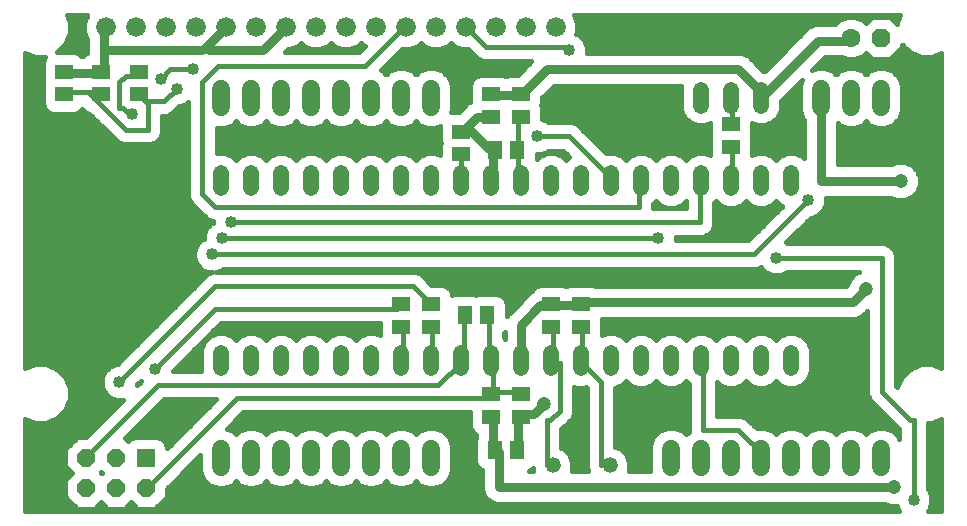
<source format=gbl>
G75*
G70*
%OFA0B0*%
%FSLAX24Y24*%
%IPPOS*%
%LPD*%
%AMOC8*
5,1,8,0,0,1.08239X$1,22.5*
%
%ADD10C,0.0520*%
%ADD11C,0.0660*%
%ADD12R,0.0591X0.0512*%
%ADD13R,0.0512X0.0630*%
%ADD14C,0.0520*%
%ADD15R,0.0630X0.0512*%
%ADD16C,0.0600*%
%ADD17R,0.0600X0.0600*%
%ADD18OC8,0.0600*%
%ADD19OC8,0.0630*%
%ADD20C,0.0630*%
%ADD21R,0.0512X0.0591*%
%ADD22C,0.0315*%
%ADD23C,0.0475*%
%ADD24C,0.0157*%
%ADD25C,0.0400*%
%ADD26C,0.0160*%
D10*
X007181Y005522D02*
X007181Y006042D01*
X008181Y006042D02*
X008181Y005522D01*
X009181Y005522D02*
X009181Y006042D01*
X010181Y006042D02*
X010181Y005522D01*
X011181Y005522D02*
X011181Y006042D01*
X012181Y006042D02*
X012181Y005522D01*
X013181Y005522D02*
X013181Y006042D01*
X014181Y006042D02*
X014181Y005522D01*
X015181Y005522D02*
X015181Y006042D01*
X016181Y006042D02*
X016181Y005522D01*
X017181Y005522D02*
X017181Y006042D01*
X018181Y006042D02*
X018181Y005522D01*
X019181Y005522D02*
X019181Y006042D01*
X020181Y006042D02*
X020181Y005522D01*
X021181Y005522D02*
X021181Y006042D01*
X022181Y006042D02*
X022181Y005522D01*
X023181Y005522D02*
X023181Y006042D01*
X024181Y006042D02*
X024181Y005522D01*
X025181Y005522D02*
X025181Y006042D01*
X026181Y006042D02*
X026181Y005522D01*
X026181Y011522D02*
X026181Y012042D01*
X025181Y012042D02*
X025181Y011522D01*
X024181Y011522D02*
X024181Y012042D01*
X023181Y012042D02*
X023181Y011522D01*
X022181Y011522D02*
X022181Y012042D01*
X021181Y012042D02*
X021181Y011522D01*
X020181Y011522D02*
X020181Y012042D01*
X019181Y012042D02*
X019181Y011522D01*
X018181Y011522D02*
X018181Y012042D01*
X017181Y012042D02*
X017181Y011522D01*
X016181Y011522D02*
X016181Y012042D01*
X015181Y012042D02*
X015181Y011522D01*
X014181Y011522D02*
X014181Y012042D01*
X013181Y012042D02*
X013181Y011522D01*
X012181Y011522D02*
X012181Y012042D01*
X011181Y012042D02*
X011181Y011522D01*
X010181Y011522D02*
X010181Y012042D01*
X009181Y012042D02*
X009181Y011522D01*
X008181Y011522D02*
X008181Y012042D01*
X007181Y012042D02*
X007181Y011522D01*
X023181Y014272D02*
X023181Y014792D01*
X024181Y014792D02*
X024181Y014272D01*
X025181Y014272D02*
X025181Y014792D01*
D11*
X018333Y016885D03*
X017333Y016885D03*
X016333Y016885D03*
X015333Y016885D03*
X014333Y016885D03*
X013333Y016885D03*
X012333Y016885D03*
X011333Y016885D03*
X010333Y016885D03*
X009333Y016885D03*
X008333Y016885D03*
X007333Y016885D03*
X006333Y016885D03*
X005333Y016885D03*
X004333Y016885D03*
X003333Y016885D03*
D12*
X001931Y015406D03*
X001931Y014658D03*
X015181Y013406D03*
X016181Y013908D03*
X017181Y013908D03*
X017181Y014656D03*
X016181Y014656D03*
X015181Y012658D03*
X018181Y007656D03*
X019181Y007656D03*
X019181Y006908D03*
X018181Y006908D03*
X017181Y004656D03*
X016181Y004656D03*
X016181Y003908D03*
X017181Y003908D03*
D13*
X016055Y007282D03*
X015307Y007282D03*
D14*
X018231Y002282D03*
X020131Y002282D03*
D15*
X014181Y006908D03*
X013181Y006908D03*
X013181Y007656D03*
X014181Y007656D03*
X024181Y012908D03*
X024181Y013656D03*
X004431Y014658D03*
X004431Y015406D03*
X003181Y015406D03*
X003181Y014658D03*
D16*
X007181Y014832D02*
X007181Y014232D01*
X008181Y014232D02*
X008181Y014832D01*
X009181Y014832D02*
X009181Y014232D01*
X010181Y014232D02*
X010181Y014832D01*
X011181Y014832D02*
X011181Y014232D01*
X012181Y014232D02*
X012181Y014832D01*
X013181Y014832D02*
X013181Y014232D01*
X014181Y014232D02*
X014181Y014832D01*
X027181Y014832D02*
X027181Y014232D01*
X028181Y014232D02*
X028181Y014832D01*
X029181Y014832D02*
X029181Y014232D01*
X029181Y002832D02*
X029181Y002232D01*
X028181Y002232D02*
X028181Y002832D01*
X027181Y002832D02*
X027181Y002232D01*
X026181Y002232D02*
X026181Y002832D01*
X025181Y002832D02*
X025181Y002232D01*
X024181Y002232D02*
X024181Y002832D01*
X023181Y002832D02*
X023181Y002232D01*
X022181Y002232D02*
X022181Y002832D01*
X014181Y002832D02*
X014181Y002232D01*
X013181Y002232D02*
X013181Y002832D01*
X012181Y002832D02*
X012181Y002232D01*
X011181Y002232D02*
X011181Y002832D01*
X010181Y002832D02*
X010181Y002232D01*
X009181Y002232D02*
X009181Y002832D01*
X008181Y002832D02*
X008181Y002232D01*
X007181Y002232D02*
X007181Y002832D01*
D17*
X004681Y002532D03*
D18*
X003681Y002532D03*
X002681Y002532D03*
X002681Y001532D03*
X003681Y001532D03*
X004681Y001532D03*
D19*
X029181Y016532D03*
D20*
X028181Y016532D03*
D21*
X017055Y012782D03*
X016307Y012782D03*
X016307Y002782D03*
X017055Y002782D03*
D22*
X017083Y002833D01*
X017083Y003896D01*
X017181Y003908D01*
X017296Y004003D01*
X017614Y004003D01*
X017933Y004322D01*
X016233Y003896D02*
X016181Y003908D01*
X016233Y003896D02*
X016233Y002833D01*
X016307Y002782D01*
X016445Y002727D01*
X016445Y001558D01*
X029626Y001558D01*
X019315Y007723D02*
X019181Y007656D01*
X019103Y007617D01*
X018252Y007617D01*
X018181Y007656D01*
X018040Y007617D01*
X017827Y007617D01*
X017189Y006979D01*
X017189Y005810D01*
X017181Y005782D01*
X019315Y007723D02*
X028244Y007723D01*
X028670Y008148D01*
X029839Y011763D02*
X027181Y011763D01*
X027181Y014532D01*
X025374Y014739D02*
X025181Y014532D01*
X025268Y014633D01*
X024418Y015483D01*
X018040Y015483D01*
X017296Y014739D01*
X017181Y014656D01*
X017083Y014633D01*
X016233Y014633D01*
X016181Y014656D01*
X016181Y013908D02*
X016126Y013889D01*
X015701Y013889D01*
X015382Y013570D01*
X016126Y012826D01*
X016307Y012782D01*
X016233Y012719D01*
X016233Y011869D01*
X016181Y011782D01*
X015181Y013406D02*
X015276Y013463D01*
X015382Y013570D01*
X009323Y016865D02*
X009333Y016885D01*
X009323Y016865D02*
X008579Y016121D01*
X006772Y016121D01*
X006666Y016227D01*
X007303Y016865D01*
X007333Y016885D01*
X006666Y016227D02*
X006559Y016121D01*
X003264Y016121D01*
X003264Y015483D01*
X003181Y015406D01*
X003158Y015377D01*
X001989Y015377D01*
X001931Y015406D01*
X003264Y016121D02*
X003264Y016865D01*
X003333Y016885D01*
X025374Y014739D02*
X027075Y016440D01*
X028138Y016440D01*
X028181Y016532D01*
D23*
X029839Y011763D03*
X028670Y008148D03*
X017933Y004322D03*
X029626Y001558D03*
D24*
X030264Y001133D02*
X030264Y003790D01*
X030158Y003790D01*
X029201Y004747D01*
X029201Y009211D01*
X025693Y009211D01*
X024949Y009318D02*
X006878Y009318D01*
X007197Y009849D02*
X021760Y009849D01*
X023142Y010381D02*
X007516Y010381D01*
X006985Y010912D02*
X006559Y011337D01*
X006559Y015058D01*
X007091Y015589D01*
X011981Y015589D01*
X013256Y016865D01*
X013333Y016885D01*
X015333Y016885D02*
X015382Y016865D01*
X016020Y016227D01*
X018677Y016227D01*
X018784Y016121D01*
X017181Y013908D02*
X017083Y013889D01*
X017083Y012826D01*
X017055Y012782D01*
X017083Y012719D01*
X017083Y011869D01*
X017181Y011782D01*
X015181Y011782D02*
X015170Y011869D01*
X015170Y012613D01*
X015181Y012658D01*
X017721Y013251D02*
X018784Y013251D01*
X020166Y011869D01*
X020181Y011782D01*
X021122Y011763D02*
X021181Y011782D01*
X021122Y011763D02*
X021122Y010912D01*
X006985Y010912D01*
X004752Y013463D02*
X004008Y013463D01*
X002733Y014739D01*
X001989Y014739D01*
X001931Y014658D01*
X002733Y014739D02*
X003158Y014739D01*
X003181Y014658D01*
X003796Y015058D02*
X003796Y014207D01*
X003902Y014207D01*
X004114Y013995D01*
X004221Y013995D01*
X004699Y014367D02*
X004752Y014420D01*
X005284Y014420D01*
X005709Y014845D01*
X005177Y015164D02*
X005496Y015483D01*
X006240Y015483D01*
X004431Y015406D02*
X004327Y015377D01*
X004221Y015270D01*
X004008Y015270D01*
X003796Y015058D01*
X004431Y014658D02*
X004433Y014633D01*
X004699Y014367D01*
X004752Y014314D01*
X004752Y013463D01*
X006985Y008255D02*
X003796Y005066D01*
X004965Y005491D02*
X006985Y007511D01*
X013044Y007511D01*
X013150Y007617D01*
X013181Y007656D01*
X013575Y008255D02*
X006985Y008255D01*
X005071Y004959D02*
X014426Y004959D01*
X015170Y005703D01*
X015181Y005782D01*
X015276Y005810D01*
X015276Y007192D01*
X015307Y007282D01*
X016055Y007282D02*
X016126Y007192D01*
X016126Y005810D01*
X016181Y005782D01*
X016233Y005703D01*
X016233Y004747D01*
X016181Y004656D01*
X016126Y004640D01*
X016020Y004534D01*
X007729Y004534D01*
X004752Y001558D01*
X004681Y001532D01*
X002733Y002621D02*
X002681Y002532D01*
X002733Y002621D02*
X005071Y004959D01*
X013181Y005782D02*
X013256Y005810D01*
X013256Y006873D01*
X013181Y006908D01*
X014181Y006908D02*
X014213Y006873D01*
X014213Y005810D01*
X014181Y005782D01*
X016233Y004747D02*
X017083Y004747D01*
X017181Y004656D01*
X018040Y003790D02*
X018146Y003790D01*
X018465Y004109D01*
X018465Y005703D01*
X018252Y005703D01*
X018181Y005782D01*
X018252Y005810D01*
X018252Y006873D01*
X018181Y006908D01*
X019181Y006908D02*
X019209Y006873D01*
X019209Y005810D01*
X019181Y005782D01*
X019209Y005703D01*
X019847Y005066D01*
X019847Y002302D01*
X020131Y002282D01*
X018231Y002282D02*
X018040Y002302D01*
X018040Y003790D01*
X023248Y003471D02*
X024418Y003471D01*
X025268Y002621D01*
X025181Y002532D01*
X023248Y003471D02*
X023248Y005703D01*
X023181Y005782D01*
X024949Y009318D02*
X026756Y011125D01*
X024181Y011782D02*
X024205Y011869D01*
X024205Y012826D01*
X024181Y012908D01*
X024181Y013656D02*
X024205Y013676D01*
X024205Y014526D01*
X024181Y014532D01*
X023181Y011782D02*
X023142Y011763D01*
X023142Y010381D01*
X014181Y007656D02*
X014107Y007723D01*
X013575Y008255D01*
D25*
X007516Y010381D03*
X007197Y009849D03*
X006878Y009318D03*
X004965Y005491D03*
X003796Y005066D03*
X017721Y013251D03*
X018784Y016121D03*
X026756Y011125D03*
X025693Y009211D03*
X021760Y009849D03*
X030264Y001133D03*
X006240Y015483D03*
X005177Y015164D03*
X005709Y014845D03*
X004221Y013995D03*
D26*
X000661Y003837D02*
X000661Y000762D01*
X029793Y000762D01*
X029760Y000796D01*
X029706Y000925D01*
X029500Y000925D01*
X029307Y001005D01*
X016335Y001005D01*
X016132Y001089D01*
X015977Y001245D01*
X015893Y001448D01*
X015893Y001668D01*
X015893Y002125D01*
X015828Y002152D01*
X015717Y002263D01*
X015657Y002408D01*
X015657Y003156D01*
X015680Y003213D01*
X015680Y003310D01*
X015662Y003317D01*
X015551Y003429D01*
X015491Y003574D01*
X015491Y004060D01*
X007925Y004060D01*
X007370Y003506D01*
X007575Y003421D01*
X007681Y003315D01*
X007788Y003421D01*
X008043Y003527D01*
X008320Y003527D01*
X008575Y003421D01*
X008681Y003315D01*
X008788Y003421D01*
X009043Y003527D01*
X009320Y003527D01*
X009575Y003421D01*
X009681Y003315D01*
X009788Y003421D01*
X010043Y003527D01*
X010320Y003527D01*
X010575Y003421D01*
X010681Y003315D01*
X010788Y003421D01*
X011043Y003527D01*
X011320Y003527D01*
X011575Y003421D01*
X011681Y003315D01*
X011788Y003421D01*
X012043Y003527D01*
X012320Y003527D01*
X012575Y003421D01*
X012681Y003315D01*
X012788Y003421D01*
X013043Y003527D01*
X013320Y003527D01*
X013575Y003421D01*
X013681Y003315D01*
X013788Y003421D01*
X014043Y003527D01*
X014320Y003527D01*
X014575Y003421D01*
X014771Y003226D01*
X014876Y002970D01*
X014876Y002094D01*
X014771Y001839D01*
X014575Y001643D01*
X014320Y001537D01*
X014043Y001537D01*
X013788Y001643D01*
X013681Y001749D01*
X013575Y001643D01*
X013320Y001537D01*
X013043Y001537D01*
X012788Y001643D01*
X012681Y001749D01*
X012575Y001643D01*
X012320Y001537D01*
X012043Y001537D01*
X011788Y001643D01*
X011681Y001749D01*
X011575Y001643D01*
X011320Y001537D01*
X011043Y001537D01*
X010788Y001643D01*
X010681Y001749D01*
X010575Y001643D01*
X010320Y001537D01*
X010043Y001537D01*
X009788Y001643D01*
X009681Y001749D01*
X009575Y001643D01*
X009320Y001537D01*
X009043Y001537D01*
X008788Y001643D01*
X008681Y001749D01*
X008575Y001643D01*
X008320Y001537D01*
X008043Y001537D01*
X007788Y001643D01*
X007681Y001749D01*
X007575Y001643D01*
X007320Y001537D01*
X007043Y001537D01*
X006788Y001643D01*
X006592Y001839D01*
X006486Y002094D01*
X006486Y002622D01*
X005376Y001512D01*
X005376Y001244D01*
X004969Y000837D01*
X004394Y000837D01*
X004181Y001049D01*
X003969Y000837D01*
X003394Y000837D01*
X003181Y001049D01*
X002969Y000837D01*
X002394Y000837D01*
X001986Y001244D01*
X001986Y001820D01*
X002199Y002032D01*
X001986Y002244D01*
X001986Y002820D01*
X002394Y003227D01*
X002669Y003227D01*
X003913Y004471D01*
X003677Y004471D01*
X003459Y004561D01*
X003291Y004729D01*
X003201Y004947D01*
X003201Y005184D01*
X003291Y005403D01*
X003459Y005570D01*
X003677Y005661D01*
X003721Y005661D01*
X006716Y008656D01*
X006877Y008723D01*
X006760Y008723D01*
X006541Y008813D01*
X006374Y008981D01*
X006283Y009199D01*
X006283Y009436D01*
X006374Y009655D01*
X006541Y009822D01*
X006602Y009847D01*
X006602Y009967D01*
X006693Y010186D01*
X006860Y010353D01*
X006921Y010379D01*
X006921Y010438D01*
X006890Y010438D01*
X006716Y010511D01*
X006291Y010936D01*
X006158Y011069D01*
X006086Y011243D01*
X006086Y014381D01*
X006046Y014341D01*
X005827Y014250D01*
X005784Y014250D01*
X005685Y014152D01*
X005552Y014018D01*
X005378Y013946D01*
X005226Y013946D01*
X005226Y013558D01*
X005226Y013369D01*
X005154Y013195D01*
X005021Y013062D01*
X004846Y012990D01*
X004102Y012990D01*
X003914Y012990D01*
X003740Y013062D01*
X002794Y014007D01*
X002788Y014007D01*
X002643Y014067D01*
X002547Y014164D01*
X002450Y014067D01*
X002305Y014007D01*
X001558Y014007D01*
X001412Y014067D01*
X001301Y014179D01*
X001241Y014324D01*
X001241Y014993D01*
X001258Y015032D01*
X001241Y015072D01*
X001241Y015741D01*
X001301Y015886D01*
X001328Y015912D01*
X000974Y015912D01*
X000661Y016042D01*
X000661Y005522D01*
X000974Y005652D01*
X001361Y005652D01*
X001718Y005504D01*
X001992Y005230D01*
X002140Y004873D01*
X002140Y004486D01*
X001992Y004129D01*
X001718Y003856D01*
X001361Y003708D01*
X000974Y003708D01*
X000661Y003837D01*
X000661Y003770D02*
X000824Y003770D01*
X000661Y003612D02*
X003054Y003612D01*
X003212Y003770D02*
X001512Y003770D01*
X001791Y003929D02*
X003371Y003929D01*
X003529Y004087D02*
X001950Y004087D01*
X002040Y004246D02*
X003688Y004246D01*
X003846Y004404D02*
X002106Y004404D01*
X002140Y004563D02*
X003457Y004563D01*
X003298Y004721D02*
X002140Y004721D01*
X002137Y004880D02*
X003229Y004880D01*
X003201Y005039D02*
X002071Y005039D01*
X002006Y005197D02*
X003206Y005197D01*
X003272Y005356D02*
X001867Y005356D01*
X001694Y005514D02*
X003403Y005514D01*
X003733Y005673D02*
X000661Y005673D01*
X000661Y005831D02*
X003891Y005831D01*
X004050Y005990D02*
X000661Y005990D01*
X000661Y006148D02*
X004208Y006148D01*
X004367Y006307D02*
X000661Y006307D01*
X000661Y006465D02*
X004525Y006465D01*
X004684Y006624D02*
X000661Y006624D01*
X000661Y006782D02*
X004843Y006782D01*
X005001Y006941D02*
X000661Y006941D01*
X000661Y007100D02*
X005160Y007100D01*
X005318Y007258D02*
X000661Y007258D01*
X000661Y007417D02*
X005477Y007417D01*
X005635Y007575D02*
X000661Y007575D01*
X000661Y007734D02*
X005794Y007734D01*
X005952Y007892D02*
X000661Y007892D01*
X000661Y008051D02*
X006111Y008051D01*
X006269Y008209D02*
X000661Y008209D01*
X000661Y008368D02*
X006428Y008368D01*
X006586Y008526D02*
X000661Y008526D01*
X000661Y008685D02*
X006786Y008685D01*
X007010Y008728D02*
X007215Y008813D01*
X007246Y008844D01*
X025043Y008844D01*
X025178Y008900D01*
X025189Y008874D01*
X025356Y008707D01*
X025575Y008616D01*
X025812Y008616D01*
X026030Y008707D01*
X026061Y008738D01*
X028440Y008738D01*
X028311Y008684D01*
X028133Y008507D01*
X028053Y008313D01*
X028016Y008276D01*
X019631Y008276D01*
X019555Y008307D01*
X018808Y008307D01*
X018681Y008255D01*
X018555Y008307D01*
X017808Y008307D01*
X017662Y008247D01*
X017551Y008136D01*
X017534Y008093D01*
X017514Y008085D01*
X016876Y007447D01*
X016721Y007292D01*
X016706Y007256D01*
X016706Y007676D01*
X016646Y007821D01*
X016535Y007932D01*
X016390Y007992D01*
X015721Y007992D01*
X015681Y007976D01*
X015642Y007992D01*
X014973Y007992D01*
X014891Y007958D01*
X014891Y007991D01*
X014831Y008136D01*
X014720Y008247D01*
X014575Y008307D01*
X014193Y008307D01*
X013977Y008523D01*
X013843Y008656D01*
X013669Y008728D01*
X007079Y008728D01*
X007010Y008728D01*
X007246Y008844D02*
X025220Y008844D01*
X025409Y008685D02*
X013774Y008685D01*
X013973Y008526D02*
X028153Y008526D01*
X028076Y008368D02*
X014132Y008368D01*
X014758Y008209D02*
X017625Y008209D01*
X017480Y008051D02*
X014866Y008051D01*
X016575Y007892D02*
X017321Y007892D01*
X017163Y007734D02*
X016682Y007734D01*
X016706Y007575D02*
X017004Y007575D01*
X016846Y007417D02*
X016706Y007417D01*
X016706Y007258D02*
X016707Y007258D01*
X016637Y006734D02*
X016600Y006697D01*
X016600Y006550D01*
X016637Y006513D01*
X016637Y006734D01*
X016637Y006624D02*
X016600Y006624D01*
X018939Y004914D02*
X019051Y004867D01*
X019312Y004867D01*
X019357Y004886D01*
X019373Y004869D01*
X019373Y002318D01*
X019368Y002241D01*
X019373Y002225D01*
X019373Y002208D01*
X019403Y002136D01*
X019411Y002110D01*
X018869Y002110D01*
X018886Y002152D01*
X018886Y002412D01*
X018787Y002653D01*
X018602Y002837D01*
X018513Y002874D01*
X018513Y003488D01*
X018733Y003707D01*
X018866Y003841D01*
X018939Y004015D01*
X018939Y004914D01*
X018939Y004880D02*
X019020Y004880D01*
X018939Y004721D02*
X019373Y004721D01*
X019373Y004563D02*
X018939Y004563D01*
X018939Y004404D02*
X019373Y004404D01*
X019373Y004246D02*
X018939Y004246D01*
X018939Y004087D02*
X019373Y004087D01*
X019373Y003929D02*
X018903Y003929D01*
X018796Y003770D02*
X019373Y003770D01*
X019373Y003612D02*
X018637Y003612D01*
X018513Y003453D02*
X019373Y003453D01*
X019373Y003295D02*
X018513Y003295D01*
X018513Y003136D02*
X019373Y003136D01*
X019373Y002977D02*
X018513Y002977D01*
X018621Y002819D02*
X019373Y002819D01*
X019373Y002660D02*
X018779Y002660D01*
X018849Y002502D02*
X019373Y002502D01*
X019373Y002343D02*
X018886Y002343D01*
X018886Y002185D02*
X019383Y002185D01*
X020320Y002913D02*
X020320Y004871D01*
X020552Y004967D01*
X020681Y005096D01*
X020810Y004967D01*
X021051Y004867D01*
X021312Y004867D01*
X021552Y004967D01*
X021681Y005096D01*
X021810Y004967D01*
X022051Y004867D01*
X022312Y004867D01*
X022552Y004967D01*
X022681Y005096D01*
X022775Y005003D01*
X022775Y003565D01*
X022775Y003408D01*
X022681Y003315D01*
X022575Y003421D01*
X022320Y003527D01*
X022043Y003527D01*
X021788Y003421D01*
X021592Y003226D01*
X021486Y002970D01*
X021486Y002110D01*
X020769Y002110D01*
X020786Y002152D01*
X020786Y002412D01*
X020687Y002653D01*
X020502Y002837D01*
X020320Y002913D01*
X020320Y002977D02*
X021489Y002977D01*
X021486Y002819D02*
X020521Y002819D01*
X020679Y002660D02*
X021486Y002660D01*
X021486Y002502D02*
X020749Y002502D01*
X020786Y002343D02*
X021486Y002343D01*
X021486Y002185D02*
X020786Y002185D01*
X020320Y003136D02*
X021555Y003136D01*
X021661Y003295D02*
X020320Y003295D01*
X020320Y003453D02*
X021864Y003453D01*
X022498Y003453D02*
X022775Y003453D01*
X022775Y003612D02*
X020320Y003612D01*
X020320Y003770D02*
X022775Y003770D01*
X022775Y003929D02*
X020320Y003929D01*
X020320Y004087D02*
X022775Y004087D01*
X022775Y004246D02*
X020320Y004246D01*
X020320Y004404D02*
X022775Y004404D01*
X022775Y004563D02*
X020320Y004563D01*
X020320Y004721D02*
X022775Y004721D01*
X022775Y004880D02*
X022342Y004880D01*
X022020Y004880D02*
X021342Y004880D01*
X021020Y004880D02*
X020342Y004880D01*
X020624Y005039D02*
X020739Y005039D01*
X021624Y005039D02*
X021739Y005039D01*
X022624Y005039D02*
X022739Y005039D01*
X023722Y005039D02*
X023739Y005039D01*
X023722Y005055D02*
X023810Y004967D01*
X024051Y004867D01*
X024312Y004867D01*
X024552Y004967D01*
X024681Y005096D01*
X024810Y004967D01*
X025051Y004867D01*
X025312Y004867D01*
X025552Y004967D01*
X025681Y005096D01*
X025810Y004967D01*
X026051Y004867D01*
X026312Y004867D01*
X026552Y004967D01*
X026737Y005151D01*
X026836Y005392D01*
X026836Y006172D01*
X026737Y006413D01*
X026552Y006597D01*
X026312Y006697D01*
X026051Y006697D01*
X025810Y006597D01*
X025681Y006468D01*
X025552Y006597D01*
X025312Y006697D01*
X025051Y006697D01*
X024810Y006597D01*
X024681Y006468D01*
X024552Y006597D01*
X024312Y006697D01*
X024051Y006697D01*
X023810Y006597D01*
X023681Y006468D01*
X023552Y006597D01*
X023312Y006697D01*
X023051Y006697D01*
X022810Y006597D01*
X022681Y006468D01*
X022552Y006597D01*
X022312Y006697D01*
X022051Y006697D01*
X021810Y006597D01*
X021681Y006468D01*
X021552Y006597D01*
X021312Y006697D01*
X021051Y006697D01*
X020810Y006597D01*
X020681Y006468D01*
X020552Y006597D01*
X020312Y006697D01*
X020051Y006697D01*
X019872Y006623D01*
X019872Y007171D01*
X028354Y007171D01*
X028557Y007255D01*
X028713Y007410D01*
X028727Y007425D01*
X028727Y004653D01*
X028800Y004478D01*
X028933Y004345D01*
X029790Y003488D01*
X029790Y003178D01*
X029771Y003226D01*
X029575Y003421D01*
X029320Y003527D01*
X029043Y003527D01*
X028788Y003421D01*
X028681Y003315D01*
X028575Y003421D01*
X028320Y003527D01*
X028043Y003527D01*
X027788Y003421D01*
X027681Y003315D01*
X027575Y003421D01*
X027320Y003527D01*
X027043Y003527D01*
X026788Y003421D01*
X026681Y003315D01*
X026575Y003421D01*
X026320Y003527D01*
X026043Y003527D01*
X025788Y003421D01*
X025681Y003315D01*
X025575Y003421D01*
X025320Y003527D01*
X025043Y003527D01*
X025035Y003524D01*
X024686Y003873D01*
X024512Y003945D01*
X024323Y003945D01*
X023722Y003945D01*
X023722Y005055D01*
X023722Y004880D02*
X024020Y004880D01*
X024342Y004880D02*
X025020Y004880D01*
X025342Y004880D02*
X026020Y004880D01*
X026342Y004880D02*
X028727Y004880D01*
X028727Y005039D02*
X026624Y005039D01*
X026756Y005197D02*
X028727Y005197D01*
X028727Y005356D02*
X026821Y005356D01*
X026836Y005514D02*
X028727Y005514D01*
X028727Y005673D02*
X026836Y005673D01*
X026836Y005831D02*
X028727Y005831D01*
X028727Y005990D02*
X026836Y005990D01*
X026836Y006148D02*
X028727Y006148D01*
X028727Y006307D02*
X026781Y006307D01*
X026684Y006465D02*
X028727Y006465D01*
X028727Y006624D02*
X026488Y006624D01*
X025874Y006624D02*
X025488Y006624D01*
X024874Y006624D02*
X024488Y006624D01*
X023874Y006624D02*
X023488Y006624D01*
X022874Y006624D02*
X022488Y006624D01*
X021874Y006624D02*
X021488Y006624D01*
X020874Y006624D02*
X020488Y006624D01*
X019874Y006624D02*
X019872Y006624D01*
X019872Y006782D02*
X028727Y006782D01*
X028727Y006941D02*
X019872Y006941D01*
X019872Y007100D02*
X028727Y007100D01*
X028727Y007258D02*
X028561Y007258D01*
X028719Y007417D02*
X028727Y007417D01*
X029675Y007417D02*
X031194Y007417D01*
X031194Y007575D02*
X029675Y007575D01*
X029675Y007734D02*
X031194Y007734D01*
X031194Y007892D02*
X029675Y007892D01*
X029675Y008051D02*
X031194Y008051D01*
X031194Y008209D02*
X029675Y008209D01*
X029675Y008368D02*
X031194Y008368D01*
X031194Y008526D02*
X029675Y008526D01*
X029675Y008685D02*
X031194Y008685D01*
X031194Y008844D02*
X029675Y008844D01*
X029675Y009002D02*
X031194Y009002D01*
X031194Y009161D02*
X029675Y009161D01*
X029675Y009117D02*
X029675Y009306D01*
X029603Y009480D01*
X029469Y009613D01*
X029295Y009685D01*
X026061Y009685D01*
X026030Y009716D01*
X026021Y009720D01*
X026831Y010530D01*
X026875Y010530D01*
X027093Y010620D01*
X027261Y010788D01*
X027351Y011006D01*
X027351Y011210D01*
X029520Y011210D01*
X029713Y011130D01*
X029965Y011130D01*
X030197Y011226D01*
X030375Y011404D01*
X030471Y011637D01*
X030471Y011888D01*
X030375Y012121D01*
X030197Y012299D01*
X029965Y012395D01*
X029713Y012395D01*
X029520Y012315D01*
X027734Y012315D01*
X027734Y013697D01*
X027788Y013643D01*
X028043Y013537D01*
X028320Y013537D01*
X028575Y013643D01*
X028681Y013749D01*
X028788Y013643D01*
X029043Y013537D01*
X029320Y013537D01*
X029575Y013643D01*
X029771Y013839D01*
X029876Y014094D01*
X029876Y014970D01*
X029771Y015226D01*
X029575Y015421D01*
X029320Y015527D01*
X029043Y015527D01*
X028788Y015421D01*
X028681Y015315D01*
X028575Y015421D01*
X028320Y015527D01*
X028043Y015527D01*
X027788Y015421D01*
X027681Y015315D01*
X027575Y015421D01*
X027320Y015527D01*
X027043Y015527D01*
X026874Y015457D01*
X027304Y015887D01*
X027883Y015887D01*
X028040Y015822D01*
X028323Y015822D01*
X028584Y015930D01*
X028681Y016028D01*
X028887Y015822D01*
X029475Y015822D01*
X029891Y016238D01*
X029891Y016314D01*
X030145Y016060D01*
X030502Y015912D01*
X030889Y015912D01*
X031194Y016039D01*
X031194Y005526D01*
X030889Y005652D01*
X030502Y005652D01*
X030145Y005504D01*
X029871Y005230D01*
X029729Y004888D01*
X029675Y004943D01*
X029675Y009117D01*
X029669Y009319D02*
X031194Y009319D01*
X031194Y009478D02*
X029603Y009478D01*
X029413Y009636D02*
X031194Y009636D01*
X031194Y009795D02*
X026096Y009795D01*
X026255Y009953D02*
X031194Y009953D01*
X031194Y010112D02*
X026413Y010112D01*
X026572Y010270D02*
X031194Y010270D01*
X031194Y010429D02*
X026730Y010429D01*
X027014Y010588D02*
X031194Y010588D01*
X031194Y010746D02*
X027219Y010746D01*
X027309Y010905D02*
X031194Y010905D01*
X031194Y011063D02*
X027351Y011063D01*
X025894Y010932D02*
X024753Y009791D01*
X022355Y009791D01*
X022355Y009907D01*
X023236Y009907D01*
X023410Y009979D01*
X023544Y010112D01*
X023616Y010286D01*
X023616Y010475D01*
X023616Y011030D01*
X023681Y011096D01*
X023810Y010967D01*
X024051Y010867D01*
X024312Y010867D01*
X024552Y010967D01*
X024681Y011096D01*
X024810Y010967D01*
X025051Y010867D01*
X025312Y010867D01*
X025552Y010967D01*
X025681Y011096D01*
X025810Y010967D01*
X025894Y010932D01*
X025866Y010905D02*
X025402Y010905D01*
X025649Y011063D02*
X025714Y011063D01*
X025708Y010746D02*
X023616Y010746D01*
X023616Y010588D02*
X025549Y010588D01*
X025391Y010429D02*
X023616Y010429D01*
X023609Y010270D02*
X025232Y010270D01*
X025074Y010112D02*
X023543Y010112D01*
X023348Y009953D02*
X024915Y009953D01*
X024756Y009795D02*
X022355Y009795D01*
X022312Y010867D02*
X022051Y010867D01*
X021810Y010967D01*
X021681Y011096D01*
X021596Y011011D01*
X021596Y011006D01*
X021596Y010854D01*
X022668Y010854D01*
X022668Y011083D01*
X022552Y010967D01*
X022312Y010867D01*
X022402Y010905D02*
X022668Y010905D01*
X022668Y011063D02*
X022649Y011063D01*
X021961Y010905D02*
X021596Y010905D01*
X021649Y011063D02*
X021714Y011063D01*
X023616Y010905D02*
X023961Y010905D01*
X023714Y011063D02*
X023649Y011063D01*
X024402Y010905D02*
X024961Y010905D01*
X024714Y011063D02*
X024649Y011063D01*
X025681Y012468D02*
X025552Y012597D01*
X025312Y012697D01*
X025051Y012697D01*
X024891Y012631D01*
X024891Y013243D01*
X024875Y013282D01*
X024891Y013322D01*
X024891Y013683D01*
X025051Y013617D01*
X025312Y013617D01*
X025552Y013717D01*
X025737Y013901D01*
X025836Y014142D01*
X025836Y014420D01*
X026557Y015140D01*
X026486Y014970D01*
X026486Y014094D01*
X026592Y013839D01*
X026629Y013802D01*
X026629Y012521D01*
X026552Y012597D01*
X026312Y012697D01*
X026051Y012697D01*
X025810Y012597D01*
X025681Y012468D01*
X025660Y012490D02*
X025703Y012490D01*
X025934Y012649D02*
X025429Y012649D01*
X024934Y012649D02*
X024891Y012649D01*
X024891Y012807D02*
X026629Y012807D01*
X026629Y012649D02*
X026429Y012649D01*
X026629Y012966D02*
X024891Y012966D01*
X024891Y013124D02*
X026629Y013124D01*
X026629Y013283D02*
X024875Y013283D01*
X024891Y013441D02*
X026629Y013441D01*
X026629Y013600D02*
X024891Y013600D01*
X025594Y013758D02*
X026629Y013758D01*
X026560Y013917D02*
X025743Y013917D01*
X025809Y014075D02*
X026494Y014075D01*
X026486Y014234D02*
X025836Y014234D01*
X025836Y014393D02*
X026486Y014393D01*
X026486Y014551D02*
X025968Y014551D01*
X026126Y014710D02*
X026486Y014710D01*
X026486Y014868D02*
X026285Y014868D01*
X026443Y015027D02*
X026510Y015027D01*
X026919Y015502D02*
X026983Y015502D01*
X027078Y015661D02*
X031194Y015661D01*
X031194Y015819D02*
X027236Y015819D01*
X027379Y015502D02*
X027983Y015502D01*
X027710Y015344D02*
X027653Y015344D01*
X028379Y015502D02*
X028983Y015502D01*
X028710Y015344D02*
X028653Y015344D01*
X028631Y015978D02*
X028732Y015978D01*
X029379Y015502D02*
X031194Y015502D01*
X031194Y015344D02*
X029653Y015344D01*
X029787Y015185D02*
X031194Y015185D01*
X031194Y015027D02*
X029853Y015027D01*
X029876Y014868D02*
X031194Y014868D01*
X031194Y014710D02*
X029876Y014710D01*
X029876Y014551D02*
X031194Y014551D01*
X031194Y014393D02*
X029876Y014393D01*
X029876Y014234D02*
X031194Y014234D01*
X031194Y014075D02*
X029869Y014075D01*
X029803Y013917D02*
X031194Y013917D01*
X031194Y013758D02*
X029690Y013758D01*
X029471Y013600D02*
X031194Y013600D01*
X031194Y013441D02*
X027734Y013441D01*
X027734Y013283D02*
X031194Y013283D01*
X031194Y013124D02*
X027734Y013124D01*
X027734Y012966D02*
X031194Y012966D01*
X031194Y012807D02*
X027734Y012807D01*
X027734Y012649D02*
X031194Y012649D01*
X031194Y012490D02*
X027734Y012490D01*
X027734Y012331D02*
X029560Y012331D01*
X030118Y012331D02*
X031194Y012331D01*
X031194Y012173D02*
X030323Y012173D01*
X030419Y012014D02*
X031194Y012014D01*
X031194Y011856D02*
X030471Y011856D01*
X030471Y011697D02*
X031194Y011697D01*
X031194Y011539D02*
X030431Y011539D01*
X030351Y011380D02*
X031194Y011380D01*
X031194Y011222D02*
X030186Y011222D01*
X028892Y013600D02*
X028471Y013600D01*
X027892Y013600D02*
X027734Y013600D01*
X025357Y015502D02*
X025179Y015502D01*
X025235Y015447D02*
X024731Y015951D01*
X024528Y016035D01*
X024308Y016035D01*
X019379Y016035D01*
X019379Y016239D01*
X019288Y016458D01*
X019121Y016625D01*
X019026Y016664D01*
X019058Y016740D01*
X019058Y017029D01*
X018948Y017295D01*
X018941Y017302D01*
X029816Y017302D01*
X029723Y017078D01*
X029723Y016994D01*
X029475Y017242D01*
X028887Y017242D01*
X028681Y017036D01*
X028584Y017134D01*
X028323Y017242D01*
X028040Y017242D01*
X027779Y017134D01*
X027637Y016992D01*
X026965Y016992D01*
X026762Y016908D01*
X026607Y016753D01*
X025301Y015447D01*
X025235Y015447D01*
X025021Y015661D02*
X025515Y015661D01*
X025674Y015819D02*
X024862Y015819D01*
X024666Y015978D02*
X025832Y015978D01*
X025991Y016137D02*
X019379Y016137D01*
X019356Y016295D02*
X026149Y016295D01*
X026308Y016454D02*
X019290Y016454D01*
X019134Y016612D02*
X026466Y016612D01*
X026625Y016771D02*
X019058Y016771D01*
X019058Y016929D02*
X026814Y016929D01*
X027733Y017088D02*
X019034Y017088D01*
X018968Y017246D02*
X029793Y017246D01*
X029727Y017088D02*
X029630Y017088D01*
X028733Y017088D02*
X028630Y017088D01*
X029891Y016295D02*
X029910Y016295D01*
X029790Y016137D02*
X030068Y016137D01*
X030344Y015978D02*
X029631Y015978D01*
X031047Y015978D02*
X031194Y015978D01*
X023471Y013683D02*
X023471Y013322D01*
X023488Y013282D01*
X023471Y013243D01*
X023471Y012631D01*
X023312Y012697D01*
X023051Y012697D01*
X022810Y012597D01*
X022681Y012468D01*
X022552Y012597D01*
X022312Y012697D01*
X022051Y012697D01*
X021810Y012597D01*
X021681Y012468D01*
X021552Y012597D01*
X021312Y012697D01*
X021051Y012697D01*
X020810Y012597D01*
X020681Y012468D01*
X020552Y012597D01*
X020312Y012697D01*
X020051Y012697D01*
X020020Y012684D01*
X019185Y013519D01*
X019052Y013652D01*
X018878Y013724D01*
X018088Y013724D01*
X018058Y013755D01*
X017872Y013832D01*
X017872Y014243D01*
X017855Y014282D01*
X017872Y014322D01*
X017872Y014534D01*
X018269Y014931D01*
X022530Y014931D01*
X022526Y014922D01*
X022526Y014142D01*
X022626Y013901D01*
X022810Y013717D01*
X023051Y013617D01*
X023312Y013617D01*
X023471Y013683D01*
X023471Y013600D02*
X019104Y013600D01*
X019263Y013441D02*
X023471Y013441D01*
X023488Y013283D02*
X019422Y013283D01*
X019580Y013124D02*
X023471Y013124D01*
X023471Y012966D02*
X019739Y012966D01*
X019897Y012807D02*
X023471Y012807D01*
X023471Y012649D02*
X023429Y012649D01*
X022934Y012649D02*
X022429Y012649D01*
X022660Y012490D02*
X022703Y012490D01*
X021934Y012649D02*
X021429Y012649D01*
X021660Y012490D02*
X021703Y012490D01*
X020934Y012649D02*
X020429Y012649D01*
X020660Y012490D02*
X020703Y012490D01*
X018789Y012576D02*
X018588Y012777D01*
X018088Y012777D01*
X018058Y012746D01*
X017839Y012656D01*
X017706Y012656D01*
X017706Y012493D01*
X017810Y012597D01*
X018051Y012697D01*
X018312Y012697D01*
X018552Y012597D01*
X018681Y012468D01*
X018789Y012576D01*
X018716Y012649D02*
X018429Y012649D01*
X018660Y012490D02*
X018703Y012490D01*
X017934Y012649D02*
X017706Y012649D01*
X018050Y013758D02*
X022769Y013758D01*
X022620Y013917D02*
X017872Y013917D01*
X017872Y014075D02*
X022554Y014075D01*
X022526Y014234D02*
X017872Y014234D01*
X017872Y014393D02*
X022526Y014393D01*
X022526Y014551D02*
X017889Y014551D01*
X018048Y014710D02*
X022526Y014710D01*
X022526Y014868D02*
X018206Y014868D01*
X017278Y015502D02*
X014379Y015502D01*
X014320Y015527D02*
X014575Y015421D01*
X014771Y015226D01*
X014876Y014970D01*
X014876Y014094D01*
X014861Y014057D01*
X015088Y014057D01*
X015233Y014201D01*
X015388Y014357D01*
X015491Y014399D01*
X015491Y014991D01*
X015551Y015136D01*
X015662Y015247D01*
X015808Y015307D01*
X016555Y015307D01*
X016681Y015255D01*
X016808Y015307D01*
X017083Y015307D01*
X017529Y015753D01*
X016114Y015753D01*
X015926Y015753D01*
X015752Y015826D01*
X015418Y016160D01*
X015189Y016160D01*
X014922Y016270D01*
X014833Y016359D01*
X014744Y016270D01*
X014477Y016160D01*
X014189Y016160D01*
X013922Y016270D01*
X013833Y016359D01*
X013744Y016270D01*
X013477Y016160D01*
X013221Y016160D01*
X012510Y015448D01*
X012575Y015421D01*
X012681Y015315D01*
X012788Y015421D01*
X013043Y015527D01*
X013320Y015527D01*
X013575Y015421D01*
X013681Y015315D01*
X013788Y015421D01*
X014043Y015527D01*
X014320Y015527D01*
X013983Y015502D02*
X013379Y015502D01*
X013653Y015344D02*
X013710Y015344D01*
X014653Y015344D02*
X017119Y015344D01*
X017436Y015661D02*
X012722Y015661D01*
X012564Y015502D02*
X012983Y015502D01*
X012710Y015344D02*
X012653Y015344D01*
X012881Y015819D02*
X015766Y015819D01*
X015599Y015978D02*
X013039Y015978D01*
X013198Y016137D02*
X015441Y016137D01*
X014897Y016295D02*
X014769Y016295D01*
X013897Y016295D02*
X013769Y016295D01*
X014787Y015185D02*
X015601Y015185D01*
X015506Y015027D02*
X014853Y015027D01*
X014876Y014868D02*
X015491Y014868D01*
X015491Y014710D02*
X014876Y014710D01*
X014876Y014551D02*
X015491Y014551D01*
X015475Y014393D02*
X014876Y014393D01*
X014876Y014234D02*
X015265Y014234D01*
X015107Y014075D02*
X014869Y014075D01*
X014491Y013608D02*
X014491Y013072D01*
X014508Y013032D01*
X014491Y012993D01*
X014491Y012623D01*
X014312Y012697D01*
X014051Y012697D01*
X013810Y012597D01*
X013681Y012468D01*
X013552Y012597D01*
X013312Y012697D01*
X013051Y012697D01*
X012810Y012597D01*
X012681Y012468D01*
X012552Y012597D01*
X012312Y012697D01*
X012051Y012697D01*
X011810Y012597D01*
X011681Y012468D01*
X011552Y012597D01*
X011312Y012697D01*
X011051Y012697D01*
X010810Y012597D01*
X010681Y012468D01*
X010552Y012597D01*
X010312Y012697D01*
X010051Y012697D01*
X009810Y012597D01*
X009681Y012468D01*
X009552Y012597D01*
X009312Y012697D01*
X009051Y012697D01*
X008810Y012597D01*
X008681Y012468D01*
X008552Y012597D01*
X008312Y012697D01*
X008051Y012697D01*
X007810Y012597D01*
X007681Y012468D01*
X007552Y012597D01*
X007312Y012697D01*
X007051Y012697D01*
X007033Y012690D01*
X007033Y013541D01*
X007043Y013537D01*
X007320Y013537D01*
X007575Y013643D01*
X007681Y013749D01*
X007788Y013643D01*
X008043Y013537D01*
X008320Y013537D01*
X008575Y013643D01*
X008681Y013749D01*
X008788Y013643D01*
X009043Y013537D01*
X009320Y013537D01*
X009575Y013643D01*
X009681Y013749D01*
X009788Y013643D01*
X010043Y013537D01*
X010320Y013537D01*
X010575Y013643D01*
X010681Y013749D01*
X010788Y013643D01*
X011043Y013537D01*
X011320Y013537D01*
X011575Y013643D01*
X011681Y013749D01*
X011788Y013643D01*
X012043Y013537D01*
X012320Y013537D01*
X012575Y013643D01*
X012681Y013749D01*
X012788Y013643D01*
X013043Y013537D01*
X013320Y013537D01*
X013575Y013643D01*
X013681Y013749D01*
X013788Y013643D01*
X014043Y013537D01*
X014320Y013537D01*
X014491Y013608D01*
X014491Y013600D02*
X014471Y013600D01*
X014491Y013441D02*
X007033Y013441D01*
X007033Y013283D02*
X014491Y013283D01*
X014491Y013124D02*
X007033Y013124D01*
X007033Y012966D02*
X014491Y012966D01*
X014491Y012807D02*
X007033Y012807D01*
X007429Y012649D02*
X007934Y012649D01*
X007703Y012490D02*
X007660Y012490D01*
X008429Y012649D02*
X008934Y012649D01*
X008703Y012490D02*
X008660Y012490D01*
X009429Y012649D02*
X009934Y012649D01*
X009703Y012490D02*
X009660Y012490D01*
X010429Y012649D02*
X010934Y012649D01*
X010703Y012490D02*
X010660Y012490D01*
X011429Y012649D02*
X011934Y012649D01*
X011703Y012490D02*
X011660Y012490D01*
X012429Y012649D02*
X012934Y012649D01*
X012703Y012490D02*
X012660Y012490D01*
X013429Y012649D02*
X013934Y012649D01*
X013703Y012490D02*
X013660Y012490D01*
X014429Y012649D02*
X014491Y012649D01*
X013892Y013600D02*
X013471Y013600D01*
X012892Y013600D02*
X012471Y013600D01*
X011892Y013600D02*
X011471Y013600D01*
X010892Y013600D02*
X010471Y013600D01*
X009892Y013600D02*
X009471Y013600D01*
X008892Y013600D02*
X008471Y013600D01*
X007892Y013600D02*
X007471Y013600D01*
X006086Y013600D02*
X005226Y013600D01*
X005226Y013758D02*
X006086Y013758D01*
X006086Y013917D02*
X005226Y013917D01*
X005609Y014075D02*
X006086Y014075D01*
X006086Y014234D02*
X005768Y014234D01*
X006086Y013441D02*
X005226Y013441D01*
X005190Y013283D02*
X006086Y013283D01*
X006086Y013124D02*
X005083Y013124D01*
X006086Y012966D02*
X000661Y012966D01*
X000661Y013124D02*
X003677Y013124D01*
X003519Y013283D02*
X000661Y013283D01*
X000661Y013441D02*
X003360Y013441D01*
X003202Y013600D02*
X000661Y013600D01*
X000661Y013758D02*
X003043Y013758D01*
X002885Y013917D02*
X000661Y013917D01*
X000661Y014075D02*
X001404Y014075D01*
X001278Y014234D02*
X000661Y014234D01*
X000661Y014393D02*
X001241Y014393D01*
X001241Y014551D02*
X000661Y014551D01*
X000661Y014710D02*
X001241Y014710D01*
X001241Y014868D02*
X000661Y014868D01*
X000661Y015027D02*
X001255Y015027D01*
X001241Y015185D02*
X000661Y015185D01*
X000661Y015344D02*
X001241Y015344D01*
X001241Y015502D02*
X000661Y015502D01*
X000661Y015661D02*
X001241Y015661D01*
X001274Y015819D02*
X000661Y015819D01*
X000661Y015978D02*
X000816Y015978D01*
X001710Y016057D02*
X001718Y016060D01*
X001992Y016334D01*
X002140Y016691D01*
X002140Y017078D01*
X002047Y017302D01*
X002725Y017302D01*
X002718Y017295D01*
X002608Y017029D01*
X002608Y016740D01*
X002712Y016490D01*
X002712Y016231D01*
X002712Y016025D01*
X002643Y015997D01*
X002575Y015929D01*
X002518Y015929D01*
X002450Y015997D01*
X002305Y016057D01*
X001710Y016057D01*
X001794Y016137D02*
X002712Y016137D01*
X002712Y016295D02*
X001953Y016295D01*
X002041Y016454D02*
X002712Y016454D01*
X002661Y016612D02*
X002107Y016612D01*
X002140Y016771D02*
X002608Y016771D01*
X002608Y016929D02*
X002140Y016929D01*
X002136Y017088D02*
X002632Y017088D01*
X002698Y017246D02*
X002070Y017246D01*
X002469Y015978D02*
X002624Y015978D01*
X002635Y014075D02*
X002458Y014075D01*
X000661Y012807D02*
X006086Y012807D01*
X006086Y012649D02*
X000661Y012649D01*
X000661Y012490D02*
X006086Y012490D01*
X006086Y012331D02*
X000661Y012331D01*
X000661Y012173D02*
X006086Y012173D01*
X006086Y012014D02*
X000661Y012014D01*
X000661Y011856D02*
X006086Y011856D01*
X006086Y011697D02*
X000661Y011697D01*
X000661Y011539D02*
X006086Y011539D01*
X006086Y011380D02*
X000661Y011380D01*
X000661Y011222D02*
X006094Y011222D01*
X006164Y011063D02*
X000661Y011063D01*
X000661Y010905D02*
X006322Y010905D01*
X006481Y010746D02*
X000661Y010746D01*
X000661Y010588D02*
X006639Y010588D01*
X006921Y010429D02*
X000661Y010429D01*
X000661Y010270D02*
X006777Y010270D01*
X006662Y010112D02*
X000661Y010112D01*
X000661Y009953D02*
X006602Y009953D01*
X006514Y009795D02*
X000661Y009795D01*
X000661Y009636D02*
X006366Y009636D01*
X006301Y009478D02*
X000661Y009478D01*
X000661Y009319D02*
X006283Y009319D01*
X006299Y009161D02*
X000661Y009161D01*
X000661Y009002D02*
X006365Y009002D01*
X006511Y008844D02*
X000661Y008844D01*
X005975Y005831D02*
X006526Y005831D01*
X006526Y005673D02*
X005817Y005673D01*
X005658Y005514D02*
X006526Y005514D01*
X006526Y005433D02*
X005577Y005433D01*
X007181Y007037D01*
X012471Y007037D01*
X012471Y006631D01*
X012312Y006697D01*
X012051Y006697D01*
X011810Y006597D01*
X011681Y006468D01*
X011552Y006597D01*
X011312Y006697D01*
X011051Y006697D01*
X010810Y006597D01*
X010681Y006468D01*
X010552Y006597D01*
X010312Y006697D01*
X010051Y006697D01*
X009810Y006597D01*
X009681Y006468D01*
X009552Y006597D01*
X009312Y006697D01*
X009051Y006697D01*
X008810Y006597D01*
X008681Y006468D01*
X008552Y006597D01*
X008312Y006697D01*
X008051Y006697D01*
X007810Y006597D01*
X007681Y006468D01*
X007552Y006597D01*
X007312Y006697D01*
X007051Y006697D01*
X006810Y006597D01*
X006626Y006413D01*
X006526Y006172D01*
X006526Y005433D01*
X006526Y005990D02*
X006134Y005990D01*
X006292Y006148D02*
X006526Y006148D01*
X006582Y006307D02*
X006451Y006307D01*
X006609Y006465D02*
X006678Y006465D01*
X006768Y006624D02*
X006874Y006624D01*
X006926Y006782D02*
X012471Y006782D01*
X012471Y006941D02*
X007085Y006941D01*
X007488Y006624D02*
X007874Y006624D01*
X008488Y006624D02*
X008874Y006624D01*
X009488Y006624D02*
X009874Y006624D01*
X010488Y006624D02*
X010874Y006624D01*
X011488Y006624D02*
X011874Y006624D01*
X015491Y003929D02*
X007793Y003929D01*
X007635Y003770D02*
X015491Y003770D01*
X015491Y003612D02*
X007476Y003612D01*
X007498Y003453D02*
X007864Y003453D01*
X008498Y003453D02*
X008864Y003453D01*
X009498Y003453D02*
X009864Y003453D01*
X010498Y003453D02*
X010864Y003453D01*
X011498Y003453D02*
X011864Y003453D01*
X012498Y003453D02*
X012864Y003453D01*
X013498Y003453D02*
X013864Y003453D01*
X014498Y003453D02*
X015541Y003453D01*
X015680Y003295D02*
X014702Y003295D01*
X014808Y003136D02*
X015657Y003136D01*
X015657Y002977D02*
X014873Y002977D01*
X014876Y002819D02*
X015657Y002819D01*
X015657Y002660D02*
X014876Y002660D01*
X014876Y002502D02*
X015657Y002502D01*
X015683Y002343D02*
X014876Y002343D01*
X014876Y002185D02*
X015795Y002185D01*
X015893Y002026D02*
X014848Y002026D01*
X014783Y001868D02*
X015893Y001868D01*
X015893Y001709D02*
X014641Y001709D01*
X014352Y001551D02*
X015893Y001551D01*
X015916Y001392D02*
X005376Y001392D01*
X005365Y001233D02*
X015988Y001233D01*
X016167Y001075D02*
X005207Y001075D01*
X005048Y000916D02*
X029710Y000916D01*
X030735Y000762D02*
X030768Y000796D01*
X030859Y001014D01*
X030859Y001251D01*
X030768Y001470D01*
X030738Y001500D01*
X030738Y003696D01*
X030738Y003708D01*
X030889Y003708D01*
X031194Y003834D01*
X031194Y000762D01*
X030735Y000762D01*
X030818Y000916D02*
X031194Y000916D01*
X031194Y001075D02*
X030859Y001075D01*
X030859Y001233D02*
X031194Y001233D01*
X031194Y001392D02*
X030801Y001392D01*
X030738Y001551D02*
X031194Y001551D01*
X031194Y001709D02*
X030738Y001709D01*
X030738Y001868D02*
X031194Y001868D01*
X031194Y002026D02*
X030738Y002026D01*
X030738Y002185D02*
X031194Y002185D01*
X031194Y002343D02*
X030738Y002343D01*
X030738Y002502D02*
X031194Y002502D01*
X031194Y002660D02*
X030738Y002660D01*
X030738Y002819D02*
X031194Y002819D01*
X031194Y002977D02*
X030738Y002977D01*
X030738Y003136D02*
X031194Y003136D01*
X031194Y003295D02*
X030738Y003295D01*
X030738Y003453D02*
X031194Y003453D01*
X031194Y003612D02*
X030738Y003612D01*
X031039Y003770D02*
X031194Y003770D01*
X029790Y003453D02*
X029498Y003453D01*
X029666Y003612D02*
X024947Y003612D01*
X024789Y003770D02*
X029508Y003770D01*
X029349Y003929D02*
X024551Y003929D01*
X023722Y004087D02*
X029191Y004087D01*
X029032Y004246D02*
X023722Y004246D01*
X023722Y004404D02*
X028874Y004404D01*
X028765Y004563D02*
X023722Y004563D01*
X023722Y004721D02*
X028727Y004721D01*
X029675Y005039D02*
X029792Y005039D01*
X029857Y005197D02*
X029675Y005197D01*
X029675Y005356D02*
X029996Y005356D01*
X030169Y005514D02*
X029675Y005514D01*
X029675Y005673D02*
X031194Y005673D01*
X031194Y005831D02*
X029675Y005831D01*
X029675Y005990D02*
X031194Y005990D01*
X031194Y006148D02*
X029675Y006148D01*
X029675Y006307D02*
X031194Y006307D01*
X031194Y006465D02*
X029675Y006465D01*
X029675Y006624D02*
X031194Y006624D01*
X031194Y006782D02*
X029675Y006782D01*
X029675Y006941D02*
X031194Y006941D01*
X031194Y007100D02*
X029675Y007100D01*
X029675Y007258D02*
X031194Y007258D01*
X028313Y008685D02*
X025977Y008685D01*
X025739Y005039D02*
X025624Y005039D01*
X024739Y005039D02*
X024624Y005039D01*
X025498Y003453D02*
X025864Y003453D01*
X026498Y003453D02*
X026864Y003453D01*
X027498Y003453D02*
X027864Y003453D01*
X028498Y003453D02*
X028864Y003453D01*
X029702Y003295D02*
X029790Y003295D01*
X019363Y004880D02*
X019342Y004880D01*
X017573Y002190D02*
X017576Y002182D01*
X017576Y002152D01*
X017594Y002110D01*
X017434Y002110D01*
X017535Y002152D01*
X017573Y002190D01*
X017575Y002185D02*
X017568Y002185D01*
X014011Y001551D02*
X013352Y001551D01*
X013641Y001709D02*
X013722Y001709D01*
X013011Y001551D02*
X012352Y001551D01*
X012641Y001709D02*
X012722Y001709D01*
X012011Y001551D02*
X011352Y001551D01*
X011641Y001709D02*
X011722Y001709D01*
X011011Y001551D02*
X010352Y001551D01*
X010641Y001709D02*
X010722Y001709D01*
X010011Y001551D02*
X009352Y001551D01*
X009641Y001709D02*
X009722Y001709D01*
X009011Y001551D02*
X008352Y001551D01*
X008641Y001709D02*
X008722Y001709D01*
X008011Y001551D02*
X007352Y001551D01*
X007641Y001709D02*
X007722Y001709D01*
X007011Y001551D02*
X005415Y001551D01*
X005573Y001709D02*
X006722Y001709D01*
X006580Y001868D02*
X005732Y001868D01*
X005891Y002026D02*
X006514Y002026D01*
X006486Y002185D02*
X006049Y002185D01*
X006208Y002343D02*
X006486Y002343D01*
X006486Y002502D02*
X006366Y002502D01*
X005502Y002977D02*
X005349Y002977D01*
X005376Y002911D02*
X005316Y003056D01*
X005205Y003167D01*
X005060Y003227D01*
X004303Y003227D01*
X004158Y003167D01*
X004094Y003103D01*
X003989Y003207D01*
X005267Y004486D01*
X007010Y004486D01*
X005376Y002852D01*
X005376Y002911D01*
X005236Y003136D02*
X005661Y003136D01*
X005819Y003295D02*
X004076Y003295D01*
X004060Y003136D02*
X004127Y003136D01*
X004235Y003453D02*
X005978Y003453D01*
X006136Y003612D02*
X004393Y003612D01*
X004552Y003770D02*
X006295Y003770D01*
X006453Y003929D02*
X004710Y003929D01*
X004869Y004087D02*
X006612Y004087D01*
X006770Y004246D02*
X005027Y004246D01*
X005186Y004404D02*
X006929Y004404D01*
X004528Y005086D02*
X004507Y005107D01*
X004391Y004991D01*
X004391Y004949D01*
X004528Y005086D01*
X004480Y005039D02*
X004438Y005039D01*
X002895Y003453D02*
X000661Y003453D01*
X000661Y003295D02*
X002736Y003295D01*
X002302Y003136D02*
X000661Y003136D01*
X000661Y002977D02*
X002144Y002977D01*
X001986Y002819D02*
X000661Y002819D01*
X000661Y002660D02*
X001986Y002660D01*
X001986Y002502D02*
X000661Y002502D01*
X000661Y002343D02*
X001986Y002343D01*
X002046Y002185D02*
X000661Y002185D01*
X000661Y002026D02*
X002193Y002026D01*
X002034Y001868D02*
X000661Y001868D01*
X000661Y001709D02*
X001986Y001709D01*
X001986Y001551D02*
X000661Y001551D01*
X000661Y001392D02*
X001986Y001392D01*
X001997Y001233D02*
X000661Y001233D01*
X000661Y001075D02*
X002156Y001075D01*
X002314Y000916D02*
X000661Y000916D01*
X003048Y000916D02*
X003314Y000916D01*
X004048Y000916D02*
X004314Y000916D01*
X003193Y002026D02*
X003170Y002026D01*
X003164Y002032D02*
X003181Y002049D01*
X003199Y002032D01*
X003181Y002015D01*
X003164Y002032D01*
X009302Y016063D02*
X011784Y016063D01*
X011971Y016250D01*
X011922Y016270D01*
X011833Y016359D01*
X011744Y016270D01*
X011477Y016160D01*
X011189Y016160D01*
X010922Y016270D01*
X010833Y016359D01*
X010744Y016270D01*
X010477Y016160D01*
X010189Y016160D01*
X009922Y016270D01*
X009833Y016359D01*
X009744Y016270D01*
X009477Y016160D01*
X009399Y016160D01*
X009302Y016063D01*
X009376Y016137D02*
X011858Y016137D01*
X011897Y016295D02*
X011769Y016295D01*
X010897Y016295D02*
X010769Y016295D01*
X009897Y016295D02*
X009769Y016295D01*
M02*

</source>
